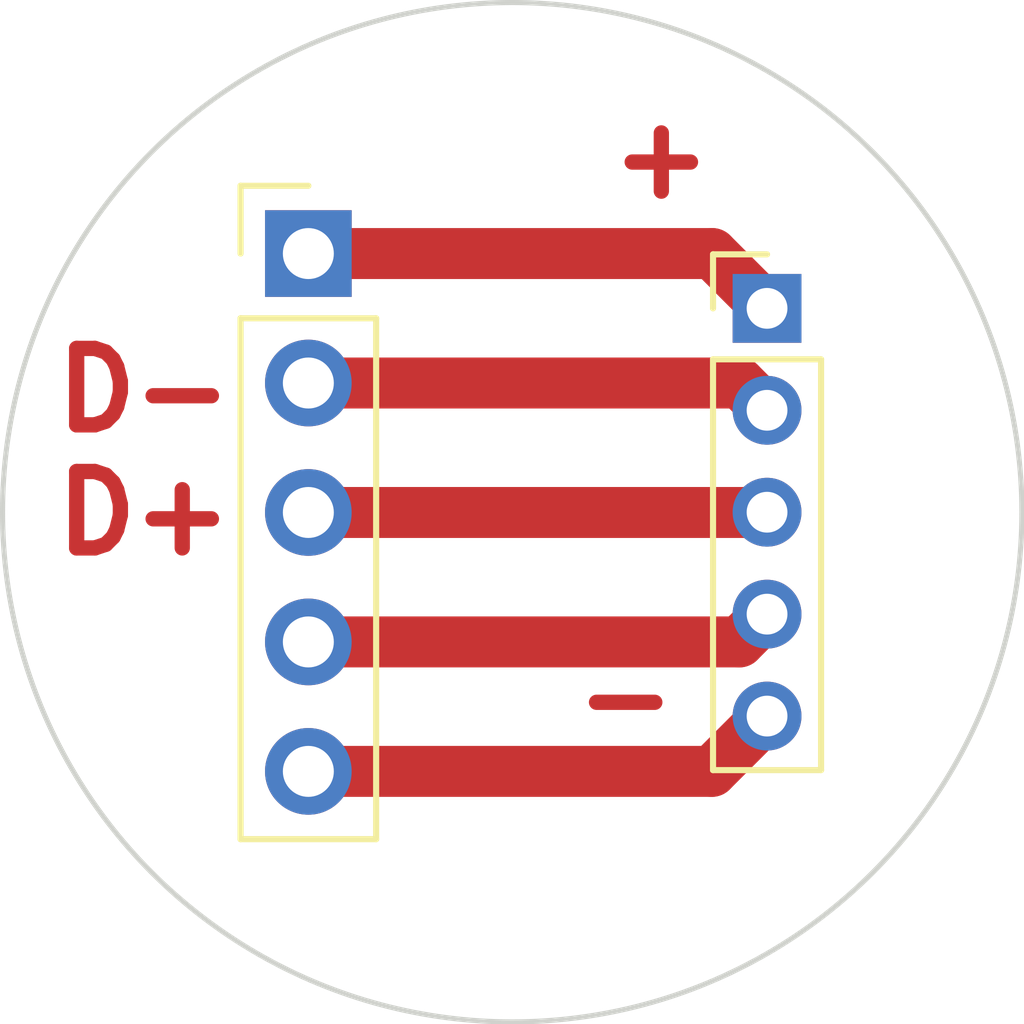
<source format=kicad_pcb>
(kicad_pcb (version 20221018) (generator pcbnew)
  (layers (0 "F.Cu" signal) (31 "B.Cu" signal) (34 "B.Paste" user) (35 "F.Paste" user) (36 "B.SilkS" user "B.Silkscreen") (37 "F.SilkS" user "F.Silkscreen") (38 "B.Mask" user) (39 "F.Mask" user) (44 "Edge.Cuts" user))
  (net 0 "")
  (net 1 "Net-(J1-Pin_1)")
  (net 2 "Net-(J1-Pin_2)")
  (net 3 "Net-(J1-Pin_3)")
  (net 4 "Net-(J1-Pin_4)")
  (net 5 "Net-(J1-Pin_5)")
  (footprint "Connector_PinHeader_2.00mm:PinHeader_1x05_P2.00mm_Vertical" (layer "F.Cu") (at 73 46)
    (fp_text reference "J1" hide)
    (fp_text value "Conn_01x05_Pin" hide)
    (fp_line (start -1.06 -1.06) (end 0 -1.06) (stroke (width 0.12)) (layer "F.SilkS"))
    (fp_line (start -1.06 0) (end -1.06 -1.06) (stroke (width 0.12)) (layer "F.SilkS"))
    (fp_line (start -1.06 1) (end -1.06 9.06) (stroke (width 0.12)) (layer "F.SilkS"))
    (fp_line (start -1.06 1) (end 1.06 1) (stroke (width 0.12)) (layer "F.SilkS"))
    (fp_line (start -1.06 9.06) (end 1.06 9.06) (stroke (width 0.12)) (layer "F.SilkS"))
    (fp_line (start 1.06 1) (end 1.06 9.06) (stroke (width 0.12)) (layer "F.SilkS"))
    (pad "1" thru_hole rect (at 0 0) (size 1.35 1.35) (drill 0.8) (layers "*.Cu" "*.Mask") (net 1 "Net-(J1-Pin_1)"))
    (pad "2" thru_hole oval (at 0 2) (size 1.35 1.35) (drill 0.8) (layers "*.Cu" "*.Mask") (net 2 "Net-(J1-Pin_2)"))
    (pad "3" thru_hole oval (at 0 4) (size 1.35 1.35) (drill 0.8) (layers "*.Cu" "*.Mask") (net 3 "Net-(J1-Pin_3)"))
    (pad "4" thru_hole oval (at 0 6) (size 1.35 1.35) (drill 0.8) (layers "*.Cu" "*.Mask") (net 4 "Net-(J1-Pin_4)"))
    (pad "5" thru_hole oval (at 0 8) (size 1.35 1.35) (drill 0.8) (layers "*.Cu" "*.Mask") (net 5 "Net-(J1-Pin_5)"))
  )
  (footprint "Connector_PinHeader_2.54mm:PinHeader_1x05_P2.54mm_Vertical" (layer "F.Cu") (at 64 44.925)
    (fp_text reference "J2" hide)
    (fp_text value "Conn_01x05_Pin" hide)
    (fp_line (start -1.33 -1.33) (end 0 -1.33) (stroke (width 0.12)) (layer "F.SilkS"))
    (fp_line (start -1.33 0) (end -1.33 -1.33) (stroke (width 0.12)) (layer "F.SilkS"))
    (fp_line (start -1.33 1.27) (end -1.33 11.49) (stroke (width 0.12)) (layer "F.SilkS"))
    (fp_line (start -1.33 1.27) (end 1.33 1.27) (stroke (width 0.12)) (layer "F.SilkS"))
    (fp_line (start -1.33 11.49) (end 1.33 11.49) (stroke (width 0.12)) (layer "F.SilkS"))
    (fp_line (start 1.33 1.27) (end 1.33 11.49) (stroke (width 0.12)) (layer "F.SilkS"))
    (pad "1" thru_hole rect (at 0 0) (size 1.7 1.7) (drill 1) (layers "*.Cu" "*.Mask") (net 1 "Net-(J1-Pin_1)"))
    (pad "2" thru_hole oval (at 0 2.54) (size 1.7 1.7) (drill 1) (layers "*.Cu" "*.Mask") (net 2 "Net-(J1-Pin_2)"))
    (pad "3" thru_hole oval (at 0 5.08) (size 1.7 1.7) (drill 1) (layers "*.Cu" "*.Mask") (net 3 "Net-(J1-Pin_3)"))
    (pad "4" thru_hole oval (at 0 7.62) (size 1.7 1.7) (drill 1) (layers "*.Cu" "*.Mask") (net 4 "Net-(J1-Pin_4)"))
    (pad "5" thru_hole oval (at 0 10.16) (size 1.7 1.7) (drill 1) (layers "*.Cu" "*.Mask") (net 5 "Net-(J1-Pin_5)"))
  )
  (gr_circle (center 68 50) (end 78 50) (stroke (width 0.1)) (fill none) (layer "Edge.Cuts"))
  (gr_text "-" (at 69.1 54.5) (layer "F.Cu") (effects (font (size 1.5 1.5) (thickness 0.3) bold) (justify left bottom)))
  (gr_text "D-\nD+" (at 58.9 50.9) (layer "F.Cu") (effects (font (size 1.5 1.5) (thickness 0.3) bold) (justify left bottom)))
  (gr_text "+" (at 69.8 43.9) (layer "F.Cu") (effects (font (size 1.5 1.5) (thickness 0.3) bold) (justify left bottom)))
  (segment (start 64 44.925) (end 71.925 44.925) (width 1) (layer "F.Cu") (net 1))
  (segment (start 71.925 44.925) (end 73 46) (width 1) (layer "F.Cu") (net 1))
  (segment (start 72.465 47.465) (end 73 48) (width 1) (layer "F.Cu") (net 2))
  (segment (start 64 47.465) (end 72.465 47.465) (width 1) (layer "F.Cu") (net 2))
  (segment (start 64 50.005) (end 72.995 50.005) (width 1) (layer "F.Cu") (net 3))
  (segment (start 72.995 50.005) (end 73 50) (width 1) (layer "F.Cu") (net 3))
  (segment (start 72.455 52.545) (end 73 52) (width 1) (layer "F.Cu") (net 4))
  (segment (start 64 52.545) (end 72.455 52.545) (width 1) (layer "F.Cu") (net 4))
  (segment (start 71.915 55.085) (end 73 54) (width 1) (layer "F.Cu") (net 5))
  (segment (start 64 55.085) (end 71.915 55.085) (width 1) (layer "F.Cu") (net 5))
)
</source>
